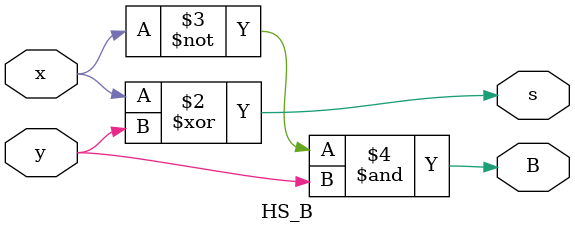
<source format=v>
`timescale 1ns / 1ps

module HS_B(s,B,x,y);

input x,y;
output reg s,B;

always @(*)
begin 
s=x^y;
B=(~x)&y;
end


endmodule

</source>
